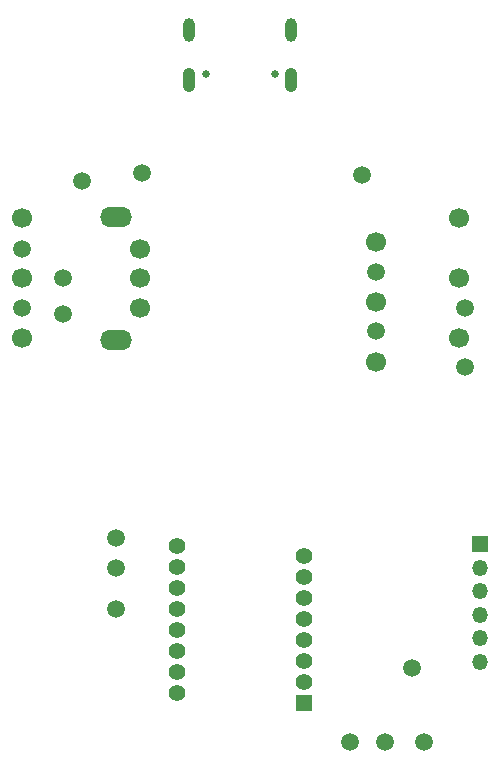
<source format=gbr>
%TF.GenerationSoftware,KiCad,Pcbnew,(6.0.7)*%
%TF.CreationDate,2022-11-13T10:41:01-05:00*%
%TF.ProjectId,redshift,72656473-6869-4667-942e-6b696361645f,0.2*%
%TF.SameCoordinates,Original*%
%TF.FileFunction,Soldermask,Bot*%
%TF.FilePolarity,Negative*%
%FSLAX46Y46*%
G04 Gerber Fmt 4.6, Leading zero omitted, Abs format (unit mm)*
G04 Created by KiCad (PCBNEW (6.0.7)) date 2022-11-13 10:41:01*
%MOMM*%
%LPD*%
G01*
G04 APERTURE LIST*
%ADD10C,1.500000*%
%ADD11O,2.700000X1.700000*%
%ADD12C,1.700000*%
%ADD13O,1.050000X2.100000*%
%ADD14O,1.000000X2.000000*%
%ADD15C,0.650000*%
%ADD16O,1.350000X1.350000*%
%ADD17R,1.350000X1.350000*%
%ADD18C,1.400000*%
%ADD19R,1.400000X1.400000*%
G04 APERTURE END LIST*
D10*
%TO.C,TP9*%
X14200000Y49900000D03*
%TD*%
%TO.C,TP8*%
X9100000Y49200000D03*
%TD*%
D11*
%TO.C,ENC1*%
X12000000Y35800000D03*
X12000000Y46200000D03*
D12*
X14000000Y43500000D03*
X14000000Y41000000D03*
X14000000Y38500000D03*
%TD*%
D13*
%TO.C,J1*%
X18180000Y57820000D03*
D14*
X18180000Y62000000D03*
X26820000Y62000000D03*
D13*
X26820000Y57820000D03*
D15*
X25390000Y58320000D03*
X19610000Y58320000D03*
%TD*%
D12*
%TO.C,SW3*%
X34000000Y33920000D03*
X34000000Y39000000D03*
X34000000Y44080000D03*
%TD*%
D16*
%TO.C,J3*%
X42750000Y8500000D03*
X42750000Y10500000D03*
X42750000Y12500000D03*
X42750000Y14500000D03*
X42750000Y16500000D03*
D17*
X42750000Y18500000D03*
%TD*%
D18*
%TO.C,U1*%
X17150000Y5905000D03*
X17150000Y7685000D03*
X17150000Y9465000D03*
X17150000Y11245000D03*
X17150000Y13025000D03*
X17150000Y14805000D03*
X17150000Y16585000D03*
X17150000Y18365000D03*
X27850000Y17475000D03*
X27850000Y15695000D03*
X27850000Y13915000D03*
X27850000Y12135000D03*
X27850000Y10355000D03*
X27850000Y8575000D03*
X27850000Y6795000D03*
D19*
X27850000Y5015000D03*
%TD*%
D12*
%TO.C,SW2*%
X41000000Y35920000D03*
X41000000Y41000000D03*
X41000000Y46080000D03*
%TD*%
%TO.C,SW1*%
X4000000Y35920000D03*
X4000000Y41000000D03*
X4000000Y46080000D03*
%TD*%
D10*
%TO.C,TP5*%
X12000000Y13000000D03*
%TD*%
%TO.C,TP6*%
X41500000Y38500000D03*
%TD*%
%TO.C,TP7*%
X41500000Y33500000D03*
%TD*%
%TO.C,TP13*%
X7500000Y38000000D03*
%TD*%
%TO.C,TP3*%
X12000000Y19000000D03*
%TD*%
%TO.C,TP10*%
X34000000Y41500000D03*
%TD*%
%TO.C,TP11*%
X34000000Y36500000D03*
%TD*%
%TO.C,TP2*%
X4000000Y43500000D03*
%TD*%
%TO.C,TP12*%
X38000000Y1750000D03*
%TD*%
%TO.C,TP18*%
X37000000Y8000000D03*
%TD*%
%TO.C,TP17*%
X32750000Y49750000D03*
%TD*%
%TO.C,TP16*%
X31750000Y1750000D03*
%TD*%
%TO.C,TP4*%
X4000000Y38500000D03*
%TD*%
%TO.C,TP14*%
X34750000Y1750000D03*
%TD*%
%TO.C,TP1*%
X12000000Y16500000D03*
%TD*%
%TO.C,TP15*%
X7500000Y41000000D03*
%TD*%
M02*

</source>
